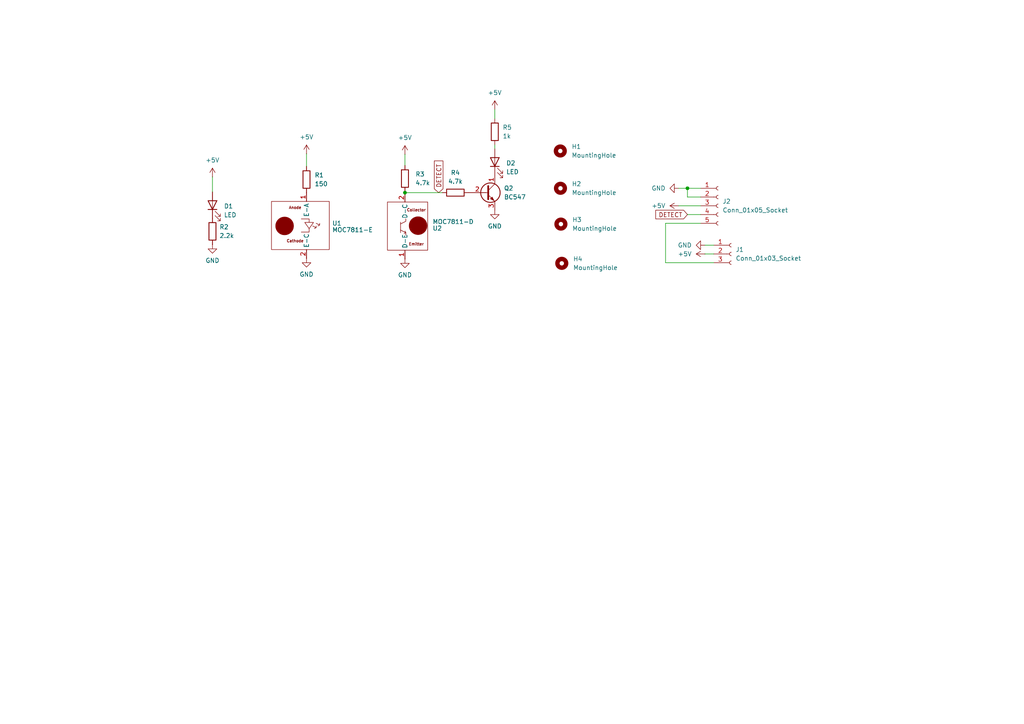
<source format=kicad_sch>
(kicad_sch (version 20231120) (generator "eeschema") (generator_version "8.0")
  (paper "A4")
  (lib_symbols
    (symbol "Connector:Conn_01x03_Socket" (pin_names (offset 1.016) hide)
      (property "Reference" "J" (at 0 5.08 0))
      (property "Value" "Conn_01x03_Socket" (at 0 -5.08 0))
      (symbol "Conn_01x03_Socket_1_1"
        (arc (start 0 -2.032) (mid -0.5058 -2.54) (end 0 -3.048) (stroke (width 0.1524)))
        (polyline (pts (xy -1.27 -2.54) (xy -0.508 -2.54)) (stroke (width 0.1524)))
        (polyline (pts (xy -1.27 0) (xy -0.508 0)) (stroke (width 0.1524)))
        (polyline (pts (xy -1.27 2.54) (xy -0.508 2.54)) (stroke (width 0.1524)))
        (arc (start 0 0.508) (mid -0.5058 0) (end 0 -0.508) (stroke (width 0.1524)))
        (arc (start 0 3.048) (mid -0.5058 2.54) (end 0 2.032) (stroke (width 0.1524)))
        (pin passive line (at -5.08 2.54 0) (length 3.81) (name "Pin_1") (number "1"))
        (pin passive line (at -5.08 0 0) (length 3.81) (name "Pin_2") (number "2"))
        (pin passive line (at -5.08 -2.54 0) (length 3.81) (name "Pin_3") (number "3"))
      )
    )
    (symbol "Connector:Conn_01x05_Socket" (pin_names (offset 1.016) hide)
      (property "Reference" "J" (at 0 7.62 0))
      (property "Value" "Conn_01x05_Socket" (at 0 -7.62 0))
      (symbol "Conn_01x05_Socket_1_1"
        (arc (start 0 -4.572) (mid -0.5058 -5.08) (end 0 -5.588) (stroke (width 0.1524)))
        (arc (start 0 -2.032) (mid -0.5058 -2.54) (end 0 -3.048) (stroke (width 0.1524)))
        (polyline (pts (xy -1.27 -5.08) (xy -0.508 -5.08)) (stroke (width 0.1524)))
        (polyline (pts (xy -1.27 -2.54) (xy -0.508 -2.54)) (stroke (width 0.1524)))
        (polyline (pts (xy -1.27 0) (xy -0.508 0)) (stroke (width 0.1524)))
        (polyline (pts (xy -1.27 2.54) (xy -0.508 2.54)) (stroke (width 0.1524)))
        (polyline (pts (xy -1.27 5.08) (xy -0.508 5.08)) (stroke (width 0.1524)))
        (arc (start 0 0.508) (mid -0.5058 0) (end 0 -0.508) (stroke (width 0.1524)))
        (arc (start 0 3.048) (mid -0.5058 2.54) (end 0 2.032) (stroke (width 0.1524)))
        (arc (start 0 5.588) (mid -0.5058 5.08) (end 0 4.572) (stroke (width 0.1524)))
        (pin passive line (at -5.08 5.08 0) (length 3.81) (name "Pin_1") (number "1"))
        (pin passive line (at -5.08 2.54 0) (length 3.81) (name "Pin_2") (number "2"))
        (pin passive line (at -5.08 0 0) (length 3.81) (name "Pin_3") (number "3"))
        (pin passive line (at -5.08 -2.54 0) (length 3.81) (name "Pin_4") (number "4"))
        (pin passive line (at -5.08 -5.08 0) (length 3.81) (name "Pin_5") (number "5"))
      )
    )
    (symbol "Device:LED" (pin_numbers hide) (pin_names (offset 1.016) hide)
      (property "Reference" "D" (at 0 2.54 0))
      (property "Value" "LED" (at 0 -2.54 0))
      (symbol "LED_0_1"
        (polyline (pts (xy -1.27 -1.27) (xy -1.27 1.27)) (stroke (width 0.254)))
        (polyline (pts (xy -1.27 0) (xy 1.27 0)))
        (polyline (pts (xy 1.27 -1.27) (xy 1.27 1.27) (xy -1.27 0) (xy 1.27 -1.27)) (stroke (width 0.254)))
        (polyline (pts (xy -3.048 -0.762) (xy -4.572 -2.286) (xy -3.81 -2.286) (xy -4.572 -2.286) (xy -4.572 -1.524)))
        (polyline (pts (xy -1.778 -0.762) (xy -3.302 -2.286) (xy -2.54 -2.286) (xy -3.302 -2.286) (xy -3.302 -1.524)))
      )
      (symbol "LED_1_1"
        (pin passive line (at -3.81 0 0) (length 2.54) (name "K") (number "1"))
        (pin passive line (at 3.81 0 180) (length 2.54) (name "A") (number "2"))
      )
    )
    (symbol "Mechanical:MountingHole" (pin_names (offset 1.016)) (exclude_from_sim yes) (in_bom no)
      (property "Reference" "H" (at 0 5.08 0))
      (property "Value" "MountingHole" (at 0 3.175 0))
      (symbol "MountingHole_0_1"
        (circle (center 0 0) (radius 1.27) (stroke (width 1.27)))
      )
    )
    (symbol "SG_24:MOC7811-D"
      (property "Reference" "U" (at 0.762 -1.524 0))
      (symbol "MOC7811-D_0_1"
        (polyline (pts (xy 3.81 5.842) (xy 3.81 8.89)))
        (polyline (pts (xy 3.81 8.128) (xy 5.334 8.89)))
        (polyline (pts (xy 5.334 8.89) (xy 4.826 9.144)))
        (polyline (pts (xy 5.334 8.89) (xy 5.08 8.382)))
        (polyline (pts (xy 5.334 8.89) (xy 5.334 9.652)))
        (polyline (pts (xy 3.81 6.35) (xy 5.334 5.588) (xy 5.334 4.826)))
        (rectangle (start 0 13.97) (end 11.684 0))
      )
      (symbol "MOC7811-D_1_1"
        (circle (center 8.89 6.858) (radius 2.5903) (fill (type outline)))
        (text "Collector" (at 8.382 2.286 0) (effects (font (size 0.8 0.8))))
        (text "Emitter" (at 8.382 12.192 0) (effects (font (size 0.8 0.8))))
        (pin input line (at 5.08 16.51 270) (length 2.54) (name "D-E") (number "1"))
        (pin input line (at 5.08 -2.54 90) (length 2.54) (name "D-C") (number "2"))
      )
    )
    (symbol "SG_24:MOC7811-E"
      (property "Reference" "U" (at 4.318 -1.524 0))
      (symbol "MOC7811-E_0_1"
        (polyline (pts (xy 10.922 6.096) (xy 10.922 5.08) (xy 8.636 5.08)))
        (polyline (pts (xy 11.938 6.858) (xy 12.954 6.35) (xy 12.954 6.858) (xy 12.954 6.35) (xy 12.446 6.096)))
        (polyline (pts (xy 12.954 7.62) (xy 13.97 7.112) (xy 13.97 7.62) (xy 13.97 7.112) (xy 13.462 6.858)))
        (polyline (pts (xy 8.636 8.89) (xy 10.922 8.89) (xy 10.922 7.874) (xy 9.652 7.874) (xy 10.922 6.096) (xy 12.192 7.874) (xy 10.922 7.874)))
        (rectangle (start 0 13.97) (end 16.764 0))
      )
      (symbol "MOC7811-E_1_1"
        (circle (center 3.81 6.858) (radius 2.5903) (fill (type outline)))
        (text "Anode" (at 6.858 12.192 0) (effects (font (size 0.8 0.8))))
        (text "Cathode" (at 6.858 2.54 0) (effects (font (size 0.8 0.8))))
        (pin input line (at 10.16 16.51 270) (length 2.54) (name "E-A") (number "1"))
        (pin input line (at 10.16 -2.54 90) (length 2.54) (name "E-C") (number "2"))
      )
    )
    (symbol "SG_24:R" (pin_numbers hide) (pin_names (offset 0))
      (property "Reference" "R" (at 2.032 0 90))
      (property "Value" "R" (at 0 0 90))
      (symbol "R_0_1"
        (rectangle (start -1.016 -2.54) (end 1.016 2.54) (stroke (width 0.254)))
      )
      (symbol "R_1_1"
        (pin passive line (at 0 3.81 270) (length 1.27) (name "~") (number "1"))
        (pin passive line (at 0 -3.81 90) (length 1.27) (name "~") (number "2"))
      )
    )
    (symbol "Transistor_BJT:BC547" (pin_names (offset 0) hide)
      (property "Reference" "Q" (at 5.08 1.905 0))
      (property "Value" "BC547" (at 5.08 0 0))
      (symbol "BC547_0_1"
        (polyline (pts (xy 0 0) (xy 0.635 0)))
        (polyline (pts (xy 0.635 0.635) (xy 2.54 2.54)))
        (polyline (pts (xy 0.635 -0.635) (xy 2.54 -2.54) (xy 2.54 -2.54)))
        (polyline (pts (xy 0.635 1.905) (xy 0.635 -1.905) (xy 0.635 -1.905)) (stroke (width 0.508)))
        (polyline (pts (xy 1.27 -1.778) (xy 1.778 -1.27) (xy 2.286 -2.286) (xy 1.27 -1.778) (xy 1.27 -1.778)) (fill (type outline)))
        (circle (center 1.27 0) (radius 2.8194) (stroke (width 0.254)))
      )
      (symbol "BC547_1_1"
        (pin passive line (at 2.54 5.08 270) (length 2.54) (name "C") (number "1"))
        (pin input line (at -5.08 0 0) (length 5.08) (name "B") (number "2"))
        (pin passive line (at 2.54 -5.08 90) (length 2.54) (name "E") (number "3"))
      )
    )
    (symbol "power:+5V" (power) (pin_numbers hide) (pin_names (offset 0) hide)
      (property "Value" "+5V" (at 0 3.556 0))
      (symbol "+5V_0_1"
        (polyline (pts (xy -0.762 1.27) (xy 0 2.54)))
        (polyline (pts (xy 0 0) (xy 0 2.54)))
        (polyline (pts (xy 0 2.54) (xy 0.762 1.27)))
      )
      (symbol "+5V_1_1"
        (pin power_in line (at 0 0 90) (length 0) (name "~") (number "1"))
      )
    )
    (symbol "power:GND" (power) (pin_numbers hide) (pin_names (offset 0) hide)
      (property "Value" "GND" (at 0 -3.81 0))
      (symbol "GND_0_1"
        (polyline (pts (xy 0 0) (xy 0 -1.27) (xy 1.27 -1.27) (xy 0 -2.54) (xy -1.27 -1.27) (xy 0 -1.27)))
      )
      (symbol "GND_1_1"
        (pin power_in line (at 0 0 270) (length 0) (name "~") (number "1"))
      )
    )
  )
  (junction (at 117.4496 55.88))
  (junction (at 199.39 54.61))
  (wire (pts (xy 204.47 71.12) (xy 207.01 71.12)))
  (wire (pts (xy 196.85 54.61) (xy 199.39 54.61)))
  (wire (pts (xy 199.39 57.15) (xy 199.39 54.61)))
  (wire (pts (xy 203.2 57.15) (xy 199.39 57.15)))
  (wire (pts (xy 143.51 42.037) (xy 143.51 43.18)))
  (wire (pts (xy 199.39 62.23) (xy 203.2 62.23)))
  (wire (pts (xy 117.4496 47.9806) (xy 117.4496 44.7802)))
  (wire (pts (xy 199.39 54.61) (xy 203.2 54.61)))
  (wire (pts (xy 196.85 59.69) (xy 203.2 59.69)))
  (wire (pts (xy 117.4496 55.88) (xy 117.4496 56.0578)))
  (wire (pts (xy 88.9 44.6024) (xy 88.9 48.26)))
  (wire (pts (xy 193.04 76.2) (xy 207.01 76.2)))
  (wire (pts (xy 117.4496 55.6006) (xy 117.4496 55.88)))
  (wire (pts (xy 143.51 31.75) (xy 143.51 34.417)))
  (wire (pts (xy 117.4496 55.88) (xy 128.27 55.88)))
  (wire (pts (xy 193.04 64.77) (xy 193.04 76.2)))
  (wire (pts (xy 204.47 73.66) (xy 207.01 73.66)))
  (wire (pts (xy 61.6204 51.308) (xy 61.6204 55.6768)))
  (wire (pts (xy 203.2 64.77) (xy 193.04 64.77)))
  (global_label "DETECT" (shape input) (at 127.2286 55.88 90) (property "Intersheetrefs" "${INTERSHEET_REFS}" (effects (hide yes))))
  (global_label "DETECT" (shape input) (at 199.39 62.23 180) (property "Intersheetrefs" "${INTERSHEET_REFS}" (effects (hide yes))))
  (symbol (lib_id "power:+5V") (at 88.9 44.6024 0) (unit 1)
    (property "Reference" "#PWR02" (effects (hide yes)))
    (property "Value" "+5V" (at 88.9 39.751 0))
    (property "Description" "Power symbol creates a global label with name \"+5V\"" (effects (hide yes)))
  )
  (symbol (lib_id "Mechanical:MountingHole") (at 162.687 64.9986 0) (unit 1) (exclude_from_sim yes) (in_bom no)
    (property "Reference" "H3" (at 165.9636 63.7285 0) (effects (justify left)))
    (property "Value" "MountingHole" (at 165.9636 66.2685 0) (effects (justify left)))
    (property "Footprint" "MountingHole:MountingHole_3.2mm_M3" (effects (hide yes)))
    (property "Description" "Mounting Hole without connection" (effects (hide yes)))
  )
  (symbol (lib_id "SG_24:MOC7811-D") (at 112.3696 58.5978 0) (mirror x) (unit 1)
    (property "Reference" "U2" (at 125.4506 66.2179 0) (effects (justify left)))
    (property "Value" "MOC7811-D" (at 125.4506 64.3128 0) (effects (justify left)))
    (property "Footprint" "SG_NEW:MOC7811-D" (effects (hide yes)))
  )
  (symbol (lib_id "SG_24:MOC7811-E") (at 78.74 72.39 0) (unit 1)
    (property "Reference" "U1" (at 96.3422 64.7699 0) (effects (justify left)))
    (property "Value" "MOC7811-E" (at 96.3422 66.675 0) (effects (justify left)))
    (property "Footprint" "SG_NEW:MOC7811-E" (effects (hide yes)))
  )
  (symbol (lib_id "power:GND") (at 117.4496 75.1078 0) (unit 1)
    (property "Reference" "#PWR06" (effects (hide yes)))
    (property "Value" "GND" (at 117.4496 79.756 0))
    (property "Description" "Power symbol creates a global label with name \"GND\" , ground" (effects (hide yes)))
  )
  (symbol (lib_id "power:GND") (at 88.9 74.93 0) (unit 1)
    (property "Reference" "#PWR01" (effects (hide yes)))
    (property "Value" "GND" (at 88.9 79.5782 0))
    (property "Description" "Power symbol creates a global label with name \"GND\" , ground" (effects (hide yes)))
  )
  (symbol (lib_id "power:+5V") (at 204.47 73.66 90) (unit 1)
    (property "Reference" "#PWR018" (effects (hide yes)))
    (property "Value" "+5V" (at 200.66 73.6599 90) (effects (justify left)))
    (property "Description" "Power symbol creates a global label with name \"+5V\"" (effects (hide yes)))
  )
  (symbol (lib_id "SG_24:R") (at 61.6204 67.1068 0) (unit 1)
    (property "Reference" "R2" (at 63.627 65.8367 0) (effects (justify left)))
    (property "Value" "2.2k" (at 63.627 68.3767 0) (effects (justify left)))
    (property "Footprint" "Resistor_THT:R_Axial_DIN0207_L6.3mm_D2.5mm_P7.62mm_Horizontal" (effects (hide yes)))
    (property "Description" "Resistor" (effects (hide yes)))
  )
  (symbol (lib_id "power:+5V") (at 61.6204 51.308 0) (unit 1)
    (property "Reference" "#PWR04" (effects (hide yes)))
    (property "Value" "+5V" (at 61.6204 46.4566 0))
    (property "Description" "Power symbol creates a global label with name \"+5V\"" (effects (hide yes)))
  )
  (symbol (lib_id "power:GND") (at 196.85 54.61 270) (unit 1)
    (property "Reference" "#PWR015" (effects (hide yes)))
    (property "Value" "GND" (at 193.04 54.6099 90) (effects (justify right)))
    (property "Description" "Power symbol creates a global label with name \"GND\" , ground" (effects (hide yes)))
  )
  (symbol (lib_id "SG_24:R") (at 143.51 38.227 0) (unit 1)
    (property "Reference" "R5" (at 145.7706 36.9569 0) (effects (justify left)))
    (property "Value" "1k" (at 145.7706 39.4969 0) (effects (justify left)))
    (property "Footprint" "Resistor_THT:R_Axial_DIN0207_L6.3mm_D2.5mm_P7.62mm_Horizontal" (effects (hide yes)))
    (property "Description" "Resistor" (effects (hide yes)))
  )
  (symbol (lib_id "SG_24:R") (at 88.9 52.07 0) (unit 1)
    (property "Reference" "R1" (at 91.2368 50.7999 0) (effects (justify left)))
    (property "Value" "150" (at 91.2368 53.3399 0) (effects (justify left)))
    (property "Footprint" "Resistor_THT:R_Axial_DIN0207_L6.3mm_D2.5mm_P7.62mm_Horizontal" (effects (hide yes)))
    (property "Description" "Resistor" (effects (hide yes)))
  )
  (symbol (lib_id "power:+5V") (at 143.51 31.75 0) (unit 1)
    (property "Reference" "#PWR07" (effects (hide yes)))
    (property "Value" "+5V" (at 143.51 26.8986 0))
    (property "Description" "Power symbol creates a global label with name \"+5V\"" (effects (hide yes)))
  )
  (symbol (lib_id "Mechanical:MountingHole") (at 162.5092 43.7896 0) (unit 1) (exclude_from_sim yes) (in_bom no)
    (property "Reference" "H1" (at 165.7858 42.5195 0) (effects (justify left)))
    (property "Value" "MountingHole" (at 165.7858 45.0595 0) (effects (justify left)))
    (property "Footprint" "MountingHole:MountingHole_3.2mm_M3" (effects (hide yes)))
    (property "Description" "Mounting Hole without connection" (effects (hide yes)))
  )
  (symbol (lib_id "power:GND") (at 61.6204 70.9168 0) (unit 1)
    (property "Reference" "#PWR03" (effects (hide yes)))
    (property "Value" "GND" (at 61.6204 75.565 0))
    (property "Description" "Power symbol creates a global label with name \"GND\" , ground" (effects (hide yes)))
  )
  (symbol (lib_id "Connector:Conn_01x05_Socket") (at 208.28 59.69 0) (unit 1)
    (property "Reference" "J2" (at 209.55 58.4199 0) (effects (justify left)))
    (property "Value" "Conn_01x05_Socket" (at 209.55 60.9599 0) (effects (justify left)))
    (property "Footprint" "Connector_PinHeader_2.54mm:PinHeader_1x05_P2.54mm_Vertical" (effects (hide yes)))
    (property "Description" "Generic connector, single row, 01x05, script generated" (effects (hide yes)))
  )
  (symbol (lib_id "Connector:Conn_01x03_Socket") (at 212.09 73.66 0) (unit 1)
    (property "Reference" "J1" (at 213.36 72.3899 0) (effects (justify left)))
    (property "Value" "Conn_01x03_Socket" (at 213.36 74.9299 0) (effects (justify left)))
    (property "Footprint" "Connector_PinHeader_2.54mm:PinHeader_1x03_P2.54mm_Vertical" (effects (hide yes)))
    (property "Description" "Generic connector, single row, 01x03, script generated" (effects (hide yes)))
  )
  (symbol (lib_id "SG_24:R") (at 117.4496 51.7906 0) (unit 1)
    (property "Reference" "R3" (at 120.4722 50.5205 0) (effects (justify left)))
    (property "Value" "4.7k" (at 120.4722 53.0605 0) (effects (justify left)))
    (property "Footprint" "Resistor_THT:R_Axial_DIN0207_L6.3mm_D2.5mm_P7.62mm_Horizontal" (effects (hide yes)))
    (property "Description" "Resistor" (effects (hide yes)))
  )
  (symbol (lib_id "Device:LED") (at 61.6204 59.4868 90) (unit 1)
    (property "Reference" "D1" (at 64.9224 59.8042 90) (effects (justify right)))
    (property "Value" "LED" (at 64.9224 62.3442 90) (effects (justify right)))
    (property "Footprint" "LED_THT:LED_D3.0mm_Clear" (effects (hide yes)))
    (property "Description" "Light emitting diode" (effects (hide yes)))
  )
  (symbol (lib_id "Device:LED") (at 143.51 46.99 90) (unit 1)
    (property "Reference" "D2" (at 146.812 47.3074 90) (effects (justify right)))
    (property "Value" "LED" (at 146.812 49.8474 90) (effects (justify right)))
    (property "Footprint" "LED_THT:LED_D5.0mm" (effects (hide yes)))
    (property "Description" "Light emitting diode" (effects (hide yes)))
  )
  (symbol (lib_id "power:GND") (at 204.47 71.12 270) (unit 1)
    (property "Reference" "#PWR017" (effects (hide yes)))
    (property "Value" "GND" (at 200.66 71.1199 90) (effects (justify right)))
    (property "Description" "Power symbol creates a global label with name \"GND\" , ground" (effects (hide yes)))
  )
  (symbol (lib_id "power:+5V") (at 196.85 59.69 90) (unit 1)
    (property "Reference" "#PWR016" (effects (hide yes)))
    (property "Value" "+5V" (at 193.04 59.6899 90) (effects (justify left)))
    (property "Description" "Power symbol creates a global label with name \"+5V\"" (effects (hide yes)))
  )
  (symbol (lib_id "SG_24:R") (at 132.08 55.88 90) (unit 1)
    (property "Reference" "R4" (at 132.08 50.0888 90))
    (property "Value" "4.7k" (at 132.08 52.6288 90))
    (property "Footprint" "Resistor_THT:R_Axial_DIN0207_L6.3mm_D2.5mm_P7.62mm_Horizontal" (effects (hide yes)))
    (property "Description" "Resistor" (effects (hide yes)))
  )
  (symbol (lib_id "Mechanical:MountingHole") (at 162.941 76.3778 0) (unit 1) (exclude_from_sim yes) (in_bom no)
    (property "Reference" "H4" (at 166.2176 75.1077 0) (effects (justify left)))
    (property "Value" "MountingHole" (at 166.2176 77.6477 0) (effects (justify left)))
    (property "Footprint" "MountingHole:MountingHole_3.2mm_M3" (effects (hide yes)))
    (property "Description" "Mounting Hole without connection" (effects (hide yes)))
  )
  (symbol (lib_id "power:GND") (at 143.51 60.96 0) (unit 1)
    (property "Reference" "#PWR08" (effects (hide yes)))
    (property "Value" "GND" (at 143.51 65.6082 0))
    (property "Description" "Power symbol creates a global label with name \"GND\" , ground" (effects (hide yes)))
  )
  (symbol (lib_id "Mechanical:MountingHole") (at 162.56 54.61 0) (unit 1) (exclude_from_sim yes) (in_bom no)
    (property "Reference" "H2" (at 165.8366 53.3399 0) (effects (justify left)))
    (property "Value" "MountingHole" (at 165.8366 55.8799 0) (effects (justify left)))
    (property "Footprint" "MountingHole:MountingHole_3.2mm_M3" (effects (hide yes)))
    (property "Description" "Mounting Hole without connection" (effects (hide yes)))
  )
  (symbol (lib_id "power:+5V") (at 117.4496 44.7802 0) (unit 1)
    (property "Reference" "#PWR05" (effects (hide yes)))
    (property "Value" "+5V" (at 117.4496 39.9288 0))
    (property "Description" "Power symbol creates a global label with name \"+5V\"" (effects (hide yes)))
  )
  (symbol (lib_id "Transistor_BJT:BC547") (at 140.97 55.88 0) (unit 1)
    (property "Reference" "Q2" (at 146.1516 54.6099 0) (effects (justify left)))
    (property "Value" "BC547" (at 146.1516 57.1499 0) (effects (justify left)))
    (property "Footprint" "Package_TO_SOT_THT:TO-92L" (effects (hide yes)))
    (property "Datasheet" "https://www.onsemi.com/pub/Collateral/BC550-D.pdf" (effects (hide yes)))
    (property "Description" "0.1A Ic, 45V Vce, Small Signal NPN Transistor, TO-92" (effects (hide yes)))
  )
)
</source>
